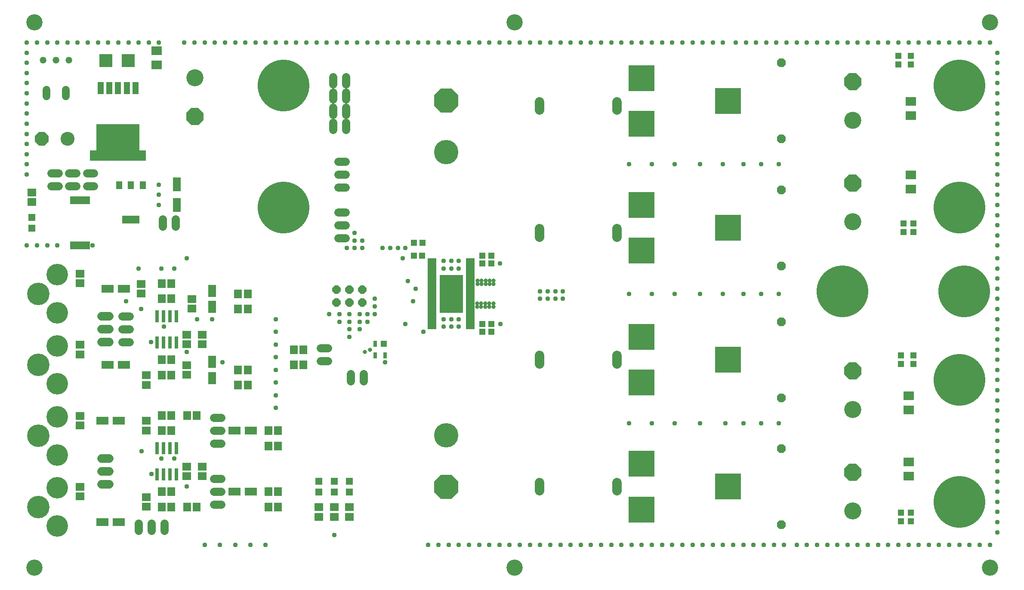
<source format=gbr>
G04 EAGLE Gerber RS-274X export*
G75*
%MOMM*%
%FSLAX34Y34*%
%LPD*%
%INSoldermask Top*%
%IPPOS*%
%AMOC8*
5,1,8,0,0,1.08239X$1,22.5*%
G01*
%ADD10C,3.203200*%
%ADD11R,1.503200X1.703200*%
%ADD12R,1.253200X1.283200*%
%ADD13P,3.629037X8X112.500000*%
%ADD14C,3.352800*%
%ADD15P,1.869504X8X112.500000*%
%ADD16R,2.003200X1.803200*%
%ADD17R,1.203200X1.303200*%
%ADD18C,4.800600*%
%ADD19P,5.196121X8X292.500000*%
%ADD20P,5.196121X8X112.500000*%
%ADD21R,1.303200X1.203200*%
%ADD22R,1.678200X0.638200*%
%ADD23R,4.633200X7.503200*%
%ADD24R,1.253200X1.303200*%
%ADD25R,0.803200X1.303200*%
%ADD26C,1.625600*%
%ADD27P,1.759533X8X22.500000*%
%ADD28R,5.203200X5.203200*%
%ADD29R,1.153200X1.203200*%
%ADD30R,1.403200X1.403200*%
%ADD31R,1.503200X1.803200*%
%ADD32R,1.803200X1.503200*%
%ADD33C,2.743200*%
%ADD34P,2.969212X8X202.500000*%
%ADD35P,3.629037X8X292.500000*%
%ADD36R,2.603200X2.603200*%
%ADD37C,1.524000*%
%ADD38C,1.320800*%
%ADD39R,8.533200X5.283200*%
%ADD40R,1.273200X2.363200*%
%ADD41R,11.003200X2.113200*%
%ADD42C,10.203200*%
%ADD43R,1.153200X1.503200*%
%ADD44R,3.453200X1.503200*%
%ADD45R,1.603200X2.803200*%
%ADD46R,0.803200X2.403200*%
%ADD47R,2.403200X1.603200*%
%ADD48R,1.603200X2.403200*%
%ADD49R,1.703200X1.503200*%
%ADD50R,4.003200X1.503200*%
%ADD51C,1.727200*%
%ADD52C,4.430200*%
%ADD53C,4.242200*%
%ADD54C,1.879600*%
%ADD55C,0.959600*%
%ADD56C,0.809600*%


D10*
X35000Y1110000D03*
X35000Y35000D03*
X1915000Y35000D03*
X1915000Y1110000D03*
X980000Y1110000D03*
X980000Y35000D03*
D11*
X454500Y545000D03*
X435500Y545000D03*
D12*
X916250Y515000D03*
X933750Y515000D03*
X916250Y500000D03*
X933750Y500000D03*
D13*
X1645000Y993100D03*
D14*
X1645000Y916900D03*
D15*
X1505000Y880070D03*
X1505000Y1029930D03*
D16*
X1760000Y954000D03*
X1760000Y926000D03*
D17*
X1760000Y1026500D03*
X1760000Y1043500D03*
D13*
X1645000Y793100D03*
D14*
X1645000Y716900D03*
D15*
X1505000Y630070D03*
X1505000Y779930D03*
D16*
X1760000Y781000D03*
X1760000Y809000D03*
D17*
X1765000Y713500D03*
X1765000Y696500D03*
D11*
X454500Y395000D03*
X435500Y395000D03*
D13*
X1645000Y423100D03*
D14*
X1645000Y346900D03*
D15*
X1505000Y370070D03*
X1505000Y519930D03*
D16*
X1755000Y374000D03*
X1755000Y346000D03*
D17*
X1765000Y436500D03*
X1765000Y453500D03*
D13*
X1645000Y223100D03*
D14*
X1645000Y146900D03*
D15*
X1505000Y120070D03*
X1505000Y269930D03*
D16*
X1755000Y216000D03*
X1755000Y244000D03*
D17*
X1760000Y143500D03*
X1760000Y126500D03*
D18*
X845000Y295800D03*
D19*
X845000Y194200D03*
D11*
X514500Y275000D03*
X495500Y275000D03*
D18*
X845000Y854200D03*
D20*
X845000Y955800D03*
D21*
X781500Y675000D03*
X798500Y675000D03*
D11*
X514500Y155000D03*
X495500Y155000D03*
X564500Y465000D03*
X545500Y465000D03*
X564500Y435000D03*
X545500Y435000D03*
D12*
X916250Y650000D03*
X933750Y650000D03*
X916250Y635000D03*
X933750Y635000D03*
D22*
X817120Y641680D03*
X817120Y635320D03*
X817120Y628980D03*
X817120Y622620D03*
X817120Y616280D03*
X817120Y609920D03*
X817120Y603580D03*
X817120Y597220D03*
X817120Y590880D03*
X817120Y584520D03*
X817120Y578180D03*
X817120Y571820D03*
X817120Y565480D03*
X817120Y559120D03*
X817120Y552780D03*
X817120Y546420D03*
X817120Y540080D03*
X817120Y533720D03*
X817120Y527380D03*
X817120Y521020D03*
X817120Y514680D03*
X817120Y508320D03*
X892880Y508320D03*
X892880Y514680D03*
X892880Y521020D03*
X892880Y527380D03*
X892880Y533720D03*
X892880Y540080D03*
X892880Y546420D03*
X892880Y552780D03*
X892880Y559120D03*
X892880Y565480D03*
X892880Y571820D03*
X892880Y578180D03*
X892880Y584520D03*
X892880Y590880D03*
X892880Y597220D03*
X892880Y603580D03*
X892880Y609920D03*
X892880Y616280D03*
X892880Y622620D03*
X892880Y628980D03*
X892880Y635320D03*
X892880Y641680D03*
D23*
X855000Y575000D03*
D24*
X722600Y476500D03*
D25*
X705400Y476500D03*
X705400Y453500D03*
X724600Y453500D03*
D26*
X647112Y784600D02*
X632888Y784600D01*
X632888Y810000D02*
X647112Y810000D01*
X647112Y835400D02*
X632888Y835400D01*
X632888Y735400D02*
X647112Y735400D01*
X647112Y710000D02*
X632888Y710000D01*
X632888Y684600D02*
X647112Y684600D01*
X612112Y467700D02*
X597888Y467700D01*
X597888Y442300D02*
X612112Y442300D01*
X657300Y417112D02*
X657300Y402888D01*
X682700Y402888D02*
X682700Y417112D01*
D27*
X629600Y557300D03*
X629600Y582700D03*
X655000Y557300D03*
X655000Y582700D03*
X680400Y557300D03*
X680400Y582700D03*
D28*
X1230000Y1000000D03*
X1230000Y910000D03*
X1400000Y955000D03*
X1230000Y750000D03*
X1230000Y660000D03*
X1400000Y705000D03*
X1230000Y490000D03*
X1230000Y400000D03*
X1400000Y445000D03*
X1230000Y240000D03*
X1230000Y150000D03*
X1400000Y195000D03*
D29*
X798000Y650000D03*
X782000Y650000D03*
D30*
X595000Y205500D03*
X595000Y184500D03*
X625000Y205500D03*
X625000Y184500D03*
D31*
X454500Y575000D03*
X435500Y575000D03*
D21*
X1740000Y436500D03*
X1740000Y453500D03*
X1740000Y143500D03*
X1740000Y126500D03*
D31*
X454500Y425000D03*
X435500Y425000D03*
X514500Y305000D03*
X495500Y305000D03*
X514500Y185000D03*
X495500Y185000D03*
D21*
X1735000Y1026500D03*
X1735000Y1043500D03*
D32*
X595000Y135500D03*
X595000Y154500D03*
X625000Y135500D03*
X625000Y154500D03*
D21*
X1745000Y713500D03*
X1745000Y696500D03*
D33*
X100400Y880000D03*
D34*
X49600Y880000D03*
D35*
X350400Y924600D03*
D14*
X350400Y1000800D03*
D36*
X219700Y1034600D03*
X175700Y1034600D03*
D26*
X117112Y787300D02*
X102888Y787300D01*
X102888Y812700D02*
X117112Y812700D01*
D37*
X96750Y963796D02*
X96750Y977004D01*
X58650Y977004D02*
X58650Y963796D01*
D38*
X102700Y1035400D03*
X77300Y1035400D03*
X51900Y1035400D03*
D39*
X199600Y882600D03*
D40*
X233600Y979800D03*
X216600Y979800D03*
X199600Y979800D03*
X182600Y979800D03*
X165600Y979800D03*
D41*
X199600Y847650D03*
D42*
X1865000Y580000D03*
X1625000Y580000D03*
X1855000Y985000D03*
X1855000Y745000D03*
X1855000Y405000D03*
X1855000Y165000D03*
D26*
X152112Y787300D02*
X137888Y787300D01*
X137888Y812700D02*
X152112Y812700D01*
X82112Y787300D02*
X67888Y787300D01*
X67888Y812700D02*
X82112Y812700D01*
D42*
X525000Y745000D03*
X525000Y985000D03*
D16*
X275000Y1026000D03*
X275000Y1054000D03*
D26*
X622300Y1002112D02*
X622300Y987888D01*
X647700Y987888D02*
X647700Y1002112D01*
X622300Y972112D02*
X622300Y957888D01*
X647700Y957888D02*
X647700Y972112D01*
X622300Y942112D02*
X622300Y927888D01*
X647700Y927888D02*
X647700Y942112D01*
X622300Y912112D02*
X622300Y897888D01*
X647700Y897888D02*
X647700Y912112D01*
D43*
X247900Y788500D03*
X225000Y788500D03*
X202100Y788500D03*
D44*
X225000Y721500D03*
D45*
X315000Y790500D03*
X315000Y749500D03*
D26*
X287300Y722112D02*
X287300Y707888D01*
X312700Y707888D02*
X312700Y722112D01*
D30*
X655000Y205500D03*
X655000Y184500D03*
D32*
X655000Y135500D03*
X655000Y154500D03*
D30*
X30000Y704500D03*
X30000Y725500D03*
D32*
X30000Y774500D03*
X30000Y755500D03*
D46*
X301350Y531000D03*
X301350Y479000D03*
X314050Y531000D03*
X288650Y531000D03*
X275950Y531000D03*
X314050Y479000D03*
X288650Y479000D03*
X275950Y479000D03*
D26*
X222112Y530400D02*
X207888Y530400D01*
X207888Y505000D02*
X222112Y505000D01*
X222112Y479600D02*
X207888Y479600D01*
D47*
X179000Y585000D03*
X211000Y585000D03*
X179000Y435000D03*
X211000Y435000D03*
D32*
X245000Y594500D03*
X245000Y575500D03*
D31*
X285500Y565000D03*
X304500Y565000D03*
X285500Y445000D03*
X304500Y445000D03*
D32*
X255000Y414500D03*
X255000Y395500D03*
X335000Y415500D03*
X335000Y434500D03*
X345000Y564500D03*
X345000Y545500D03*
D11*
X285500Y595000D03*
X304500Y595000D03*
X285500Y415000D03*
X304500Y415000D03*
D48*
X385000Y549000D03*
X385000Y581000D03*
X385000Y441000D03*
X385000Y409000D03*
D46*
X301350Y271000D03*
X301350Y219000D03*
X314050Y271000D03*
X288650Y271000D03*
X275950Y271000D03*
X314050Y219000D03*
X288650Y219000D03*
X275950Y219000D03*
D26*
X290400Y122112D02*
X290400Y107888D01*
X265000Y107888D02*
X265000Y122112D01*
X239600Y122112D02*
X239600Y107888D01*
D47*
X169000Y325000D03*
X201000Y325000D03*
X169000Y125000D03*
X201000Y125000D03*
D32*
X255000Y324500D03*
X255000Y305500D03*
D31*
X285500Y305000D03*
X304500Y305000D03*
X285500Y185000D03*
X304500Y185000D03*
D32*
X255000Y155500D03*
X255000Y174500D03*
D31*
X335500Y155000D03*
X354500Y155000D03*
X335500Y335000D03*
X354500Y335000D03*
D11*
X285500Y335000D03*
X304500Y335000D03*
X285500Y155000D03*
X304500Y155000D03*
D47*
X429000Y305000D03*
X461000Y305000D03*
X429000Y185000D03*
X461000Y185000D03*
D49*
X335000Y494500D03*
X335000Y475500D03*
X335000Y234500D03*
X335000Y215500D03*
X365000Y494500D03*
X365000Y475500D03*
X365000Y234500D03*
X365000Y215500D03*
D50*
X125000Y670500D03*
X125000Y759500D03*
D51*
X167380Y479600D02*
X182620Y479600D01*
X182620Y505000D02*
X167380Y505000D01*
X167380Y530400D02*
X182620Y530400D01*
X182620Y250400D02*
X167380Y250400D01*
X167380Y225000D02*
X182620Y225000D01*
X182620Y199600D02*
X167380Y199600D01*
D26*
X387888Y330400D02*
X402112Y330400D01*
X402112Y305000D02*
X387888Y305000D01*
X387888Y279600D02*
X402112Y279600D01*
X402112Y159600D02*
X387888Y159600D01*
X387888Y185000D02*
X402112Y185000D01*
X402112Y210400D02*
X387888Y210400D01*
D52*
X42500Y575000D03*
D53*
X79500Y612500D03*
X79500Y537500D03*
D32*
X125000Y595500D03*
X125000Y614500D03*
D52*
X42500Y435000D03*
D53*
X79500Y472500D03*
X79500Y397500D03*
D32*
X125000Y455500D03*
X125000Y474500D03*
D52*
X42500Y295000D03*
D53*
X79500Y332500D03*
X79500Y257500D03*
D32*
X125000Y315500D03*
X125000Y334500D03*
D52*
X42500Y155000D03*
D53*
X79500Y192500D03*
X79500Y117500D03*
D32*
X125000Y175500D03*
X125000Y194500D03*
D54*
X1028800Y936618D02*
X1028800Y953382D01*
X1181200Y953382D02*
X1181200Y936618D01*
X1028800Y703382D02*
X1028800Y686618D01*
X1181200Y686618D02*
X1181200Y703382D01*
X1028800Y453382D02*
X1028800Y436618D01*
X1181200Y436618D02*
X1181200Y453382D01*
X1028800Y203382D02*
X1028800Y186618D01*
X1181200Y186618D02*
X1181200Y203382D01*
D55*
X245500Y264500D03*
X245000Y545000D03*
X285000Y625000D03*
D56*
X685000Y460000D03*
X695000Y465000D03*
D55*
X40000Y1070000D03*
X60000Y1070000D03*
X80000Y1070000D03*
X100000Y1070000D03*
X120000Y1070000D03*
X140000Y1070000D03*
X160000Y1070000D03*
X180000Y1070000D03*
X200000Y1070000D03*
X220000Y1070000D03*
X240000Y1070000D03*
X260000Y1070000D03*
X280000Y1070000D03*
X20000Y1070000D03*
X20000Y1050000D03*
X20000Y1030000D03*
X20000Y1010000D03*
X20000Y990000D03*
X20000Y970000D03*
X20000Y950000D03*
X20000Y930000D03*
X20000Y910000D03*
X20000Y890000D03*
X20000Y870000D03*
X20000Y850000D03*
X20000Y830000D03*
X20000Y810000D03*
X20000Y670000D03*
X40000Y670000D03*
X60000Y670000D03*
X80000Y670000D03*
X490000Y80000D03*
X460000Y80000D03*
X430000Y80000D03*
X400000Y80000D03*
X370000Y80000D03*
X330000Y1070000D03*
X350000Y1070000D03*
X370000Y1070000D03*
X390000Y1070000D03*
X410000Y1070000D03*
X430000Y1070000D03*
X280000Y790000D03*
X280000Y770000D03*
X280000Y750000D03*
X690000Y1070000D03*
X710000Y1070000D03*
X730000Y1070000D03*
X750000Y1070000D03*
X770000Y1070000D03*
X790000Y1070000D03*
X450000Y1070000D03*
X470000Y1070000D03*
X490000Y1070000D03*
X510000Y1070000D03*
X530000Y1070000D03*
X550000Y1070000D03*
X570000Y1070000D03*
X590000Y1070000D03*
X610000Y1070000D03*
X630000Y1070000D03*
X650000Y1070000D03*
X670000Y1070000D03*
X810000Y1070000D03*
X830000Y1070000D03*
X850000Y1070000D03*
X870000Y1070000D03*
X890000Y1070000D03*
X910000Y1070000D03*
X930000Y1070000D03*
X950000Y1070000D03*
X970000Y1070000D03*
X990000Y1070000D03*
X1010000Y1070000D03*
X1030000Y1070000D03*
X1050000Y1070000D03*
X1070000Y1070000D03*
X1090000Y1070000D03*
X1110000Y1070000D03*
X1130000Y1070000D03*
X1150000Y1070000D03*
X1170000Y1070000D03*
X1190000Y1070000D03*
X1210000Y1070000D03*
X1230000Y1070000D03*
X1250000Y1070000D03*
X1270000Y1070000D03*
X1290000Y1070000D03*
X1310000Y1070000D03*
X1330000Y1070000D03*
X1350000Y1070000D03*
X1370000Y1070000D03*
X1390000Y1070000D03*
X1415000Y1070000D03*
X1435000Y1070000D03*
X1455000Y1070000D03*
X1475000Y1070000D03*
X1495000Y1070000D03*
X1515000Y1070000D03*
X1535000Y1070000D03*
X1555000Y1070000D03*
X1575000Y1070000D03*
X1595000Y1070000D03*
X1615000Y1070000D03*
X1635000Y1070000D03*
X1655000Y1070000D03*
X1675000Y1070000D03*
X1695000Y1070000D03*
X1715000Y1070000D03*
X1735000Y1070000D03*
X1755000Y1070000D03*
X1775000Y1070000D03*
X1795000Y1070000D03*
X1815000Y1070000D03*
X1835000Y1070000D03*
X1855000Y1070000D03*
X1875000Y1070000D03*
X1895000Y1070000D03*
X1915000Y1070000D03*
X810000Y80000D03*
X830000Y80000D03*
X850000Y80000D03*
X870000Y80000D03*
X890000Y80000D03*
X910000Y80000D03*
X930000Y80000D03*
X950000Y80000D03*
X970000Y80000D03*
X990000Y80000D03*
X1010000Y80000D03*
X1030000Y80000D03*
X1050000Y80000D03*
X1070000Y80000D03*
X1090000Y80000D03*
X1110000Y80000D03*
X1130000Y80000D03*
X1150000Y80000D03*
X1170000Y80000D03*
X1190000Y80000D03*
X1210000Y80000D03*
X1230000Y80000D03*
X1250000Y80000D03*
X1270000Y80000D03*
X1290000Y80000D03*
X1310000Y80000D03*
X1330000Y80000D03*
X1350000Y80000D03*
X1370000Y80000D03*
X1390000Y80000D03*
X1410000Y80000D03*
X1430000Y80000D03*
X1450000Y80000D03*
X1470000Y80000D03*
X1490000Y80000D03*
X1510000Y80000D03*
X1535000Y80000D03*
X1555000Y80000D03*
X1575000Y80000D03*
X1595000Y80000D03*
X1615000Y80000D03*
X1635000Y80000D03*
X1655000Y80000D03*
X1675000Y80000D03*
X1695000Y80000D03*
X1715000Y80000D03*
X1735000Y80000D03*
X1755000Y80000D03*
X1775000Y80000D03*
X1795000Y80000D03*
X1815000Y80000D03*
X1835000Y80000D03*
X1855000Y80000D03*
X1875000Y80000D03*
X1895000Y80000D03*
X1915000Y80000D03*
X690000Y535000D03*
X705000Y565000D03*
X705000Y550000D03*
X705000Y535000D03*
X690000Y520000D03*
X675000Y535000D03*
X675000Y520000D03*
X655000Y535000D03*
X635000Y535000D03*
X615000Y535000D03*
X655000Y520000D03*
X635000Y520000D03*
X675000Y505000D03*
X655000Y505000D03*
X655000Y490000D03*
X510000Y525000D03*
X510000Y500000D03*
X510000Y475000D03*
X510000Y450000D03*
X510000Y425000D03*
X510000Y400000D03*
X510000Y375000D03*
X510000Y350000D03*
X355000Y525000D03*
X310000Y625000D03*
X215000Y560000D03*
X240000Y625000D03*
X720000Y665000D03*
X735000Y665000D03*
X750000Y665000D03*
X765000Y665000D03*
X870000Y625000D03*
X870000Y640000D03*
X855000Y640000D03*
X855000Y625000D03*
X840000Y625000D03*
X840000Y640000D03*
X870000Y525000D03*
X855000Y525000D03*
X840000Y525000D03*
X840000Y510000D03*
X855000Y510000D03*
X870000Y510000D03*
X1030000Y580000D03*
X1030000Y565000D03*
X1045000Y580000D03*
X1045000Y565000D03*
X1060000Y580000D03*
X1060000Y565000D03*
X1075000Y580000D03*
X1075000Y565000D03*
X1205000Y575000D03*
X1250000Y575000D03*
X1295000Y575000D03*
X1345000Y575000D03*
X1390000Y575000D03*
X1430000Y575000D03*
X1465000Y575000D03*
X1500000Y575000D03*
X1205000Y320000D03*
X1250000Y320000D03*
X1295000Y320000D03*
X1345000Y320000D03*
X1395000Y320000D03*
X1430000Y320000D03*
X1465000Y320000D03*
X1500000Y320000D03*
X1205000Y830000D03*
X1250000Y830000D03*
X1295000Y830000D03*
X1345000Y830000D03*
X1390000Y830000D03*
X1430000Y830000D03*
X1465000Y830000D03*
X1500000Y830000D03*
X680000Y680000D03*
X680000Y665000D03*
X665000Y680000D03*
X665000Y665000D03*
X650000Y665000D03*
X665000Y695000D03*
X1930000Y105000D03*
X1930000Y125000D03*
X1930000Y145000D03*
X1930000Y165000D03*
X1930000Y185000D03*
X1930000Y205000D03*
X1930000Y225000D03*
X1930000Y245000D03*
X1930000Y265000D03*
X1930000Y285000D03*
X1930000Y305000D03*
X1930000Y325000D03*
X1930000Y345000D03*
X1930000Y365000D03*
X1930000Y385000D03*
X1930000Y405000D03*
X1930000Y425000D03*
X1930000Y445000D03*
X1930000Y465000D03*
X1930000Y485000D03*
X1930000Y505000D03*
X1930000Y525000D03*
X1930000Y545000D03*
X1930000Y565000D03*
X1930000Y585000D03*
X1930000Y605000D03*
X1930000Y625000D03*
X1930000Y645000D03*
X1930000Y670000D03*
X1930000Y690000D03*
X1930000Y710000D03*
X1930000Y730000D03*
X1930000Y750000D03*
X1930000Y770000D03*
X1930000Y790000D03*
X1930000Y810000D03*
X1930000Y830000D03*
X1930000Y850000D03*
X1930000Y870000D03*
X1930000Y890000D03*
X1930000Y910000D03*
X1930000Y930000D03*
X1930000Y950000D03*
X1930000Y970000D03*
X1930000Y990000D03*
X1930000Y1010000D03*
X1930000Y1030000D03*
X1930000Y1050000D03*
X625000Y100000D03*
X725000Y440000D03*
X770000Y600000D03*
X765000Y515000D03*
X951000Y635000D03*
X952000Y515000D03*
D56*
X915000Y601000D03*
X923000Y601000D03*
X907000Y594000D03*
X915000Y594000D03*
X923000Y594000D03*
X931000Y601000D03*
X931000Y594000D03*
X907000Y601000D03*
X938000Y601000D03*
X938000Y594000D03*
X906000Y556000D03*
X906000Y549000D03*
X914000Y556000D03*
X914000Y549000D03*
X922000Y549000D03*
X930000Y549000D03*
X938000Y549000D03*
X938000Y556000D03*
X930000Y556000D03*
X922000Y556000D03*
D55*
X780000Y560000D03*
X785000Y585000D03*
X800000Y500000D03*
X760000Y645000D03*
X290000Y510000D03*
X285000Y250000D03*
X264500Y480000D03*
X265000Y220000D03*
X385000Y525000D03*
X405000Y440000D03*
X310000Y250000D03*
X149306Y670500D03*
X335000Y645000D03*
X335000Y195000D03*
X335000Y460000D03*
M02*

</source>
